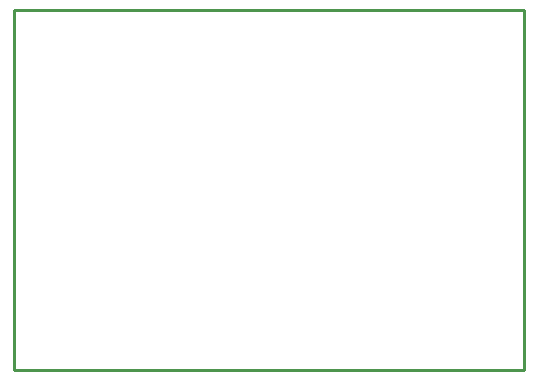
<source format=gbr>
G04 start of page 4 for group 2 idx 2 *
G04 Title: (unknown), outline *
G04 Creator: pcb 20140316 *
G04 CreationDate: Fri 17 Nov 2017 10:24:59 PM GMT UTC *
G04 For: ndholmes *
G04 Format: Gerber/RS-274X *
G04 PCB-Dimensions (mil): 1700.00 1200.00 *
G04 PCB-Coordinate-Origin: lower left *
%MOIN*%
%FSLAX25Y25*%
%LNOUTLINE*%
%ADD46C,0.0100*%
G54D46*X0Y120000D02*X170000D01*
Y0D01*
X0D01*
Y120000D01*
M02*

</source>
